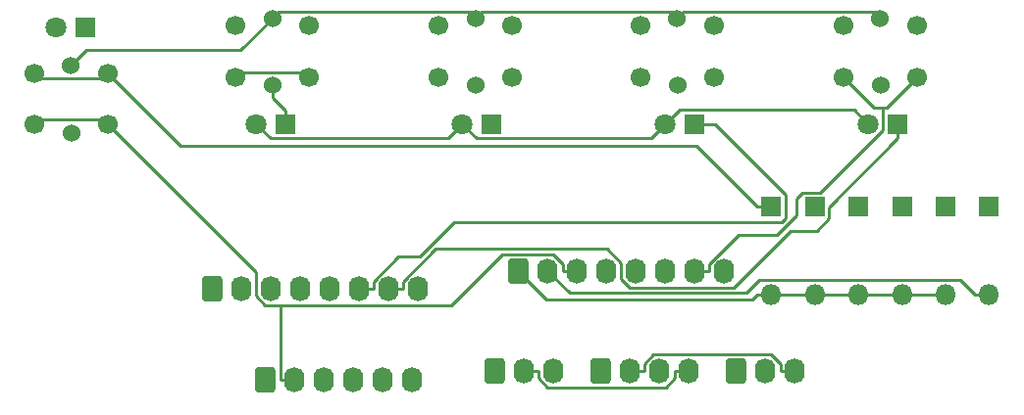
<source format=gbr>
G04 #@! TF.GenerationSoftware,KiCad,Pcbnew,(5.1.6)-1*
G04 #@! TF.CreationDate,2021-07-23T23:59:45+10:00*
G04 #@! TF.ProjectId,RWR_Control_Panel,5257525f-436f-46e7-9472-6f6c5f50616e,-*
G04 #@! TF.SameCoordinates,Original*
G04 #@! TF.FileFunction,Copper,L1,Top*
G04 #@! TF.FilePolarity,Positive*
%FSLAX46Y46*%
G04 Gerber Fmt 4.6, Leading zero omitted, Abs format (unit mm)*
G04 Created by KiCad (PCBNEW (5.1.6)-1) date 2021-07-23 23:59:45*
%MOMM*%
%LPD*%
G01*
G04 APERTURE LIST*
G04 #@! TA.AperFunction,ComponentPad*
%ADD10O,1.740000X2.190000*%
G04 #@! TD*
G04 #@! TA.AperFunction,ComponentPad*
%ADD11O,1.800000X1.800000*%
G04 #@! TD*
G04 #@! TA.AperFunction,ComponentPad*
%ADD12R,1.800000X1.800000*%
G04 #@! TD*
G04 #@! TA.AperFunction,ComponentPad*
%ADD13C,1.800000*%
G04 #@! TD*
G04 #@! TA.AperFunction,ComponentPad*
%ADD14C,1.524000*%
G04 #@! TD*
G04 #@! TA.AperFunction,ComponentPad*
%ADD15C,1.700000*%
G04 #@! TD*
G04 #@! TA.AperFunction,Conductor*
%ADD16C,0.250000*%
G04 #@! TD*
G04 APERTURE END LIST*
D10*
X168434000Y-108109000D03*
X165894000Y-108109000D03*
X163354000Y-108109000D03*
X160814000Y-108109000D03*
X158274000Y-108109000D03*
X155734000Y-108109000D03*
X153194000Y-108109000D03*
G04 #@! TA.AperFunction,ComponentPad*
G36*
G01*
X149784000Y-108954001D02*
X149784000Y-107263999D01*
G75*
G02*
X150033999Y-107014000I249999J0D01*
G01*
X151274001Y-107014000D01*
G75*
G02*
X151524000Y-107263999I0J-249999D01*
G01*
X151524000Y-108954001D01*
G75*
G02*
X151274001Y-109204000I-249999J0D01*
G01*
X150033999Y-109204000D01*
G75*
G02*
X149784000Y-108954001I0J249999D01*
G01*
G37*
G04 #@! TD.AperFunction*
X165386000Y-116745000D03*
X162846000Y-116745000D03*
X160306000Y-116745000D03*
G04 #@! TA.AperFunction,ComponentPad*
G36*
G01*
X156896000Y-117590001D02*
X156896000Y-115899999D01*
G75*
G02*
X157145999Y-115650000I249999J0D01*
G01*
X158386001Y-115650000D01*
G75*
G02*
X158636000Y-115899999I0J-249999D01*
G01*
X158636000Y-117590001D01*
G75*
G02*
X158386001Y-117840000I-249999J0D01*
G01*
X157145999Y-117840000D01*
G75*
G02*
X156896000Y-117590001I0J249999D01*
G01*
G37*
G04 #@! TD.AperFunction*
X141510000Y-117507000D03*
X138970000Y-117507000D03*
X136430000Y-117507000D03*
X133890000Y-117507000D03*
X131350000Y-117507000D03*
G04 #@! TA.AperFunction,ComponentPad*
G36*
G01*
X127940000Y-118352001D02*
X127940000Y-116661999D01*
G75*
G02*
X128189999Y-116412000I249999J0D01*
G01*
X129430001Y-116412000D01*
G75*
G02*
X129680000Y-116661999I0J-249999D01*
G01*
X129680000Y-118352001D01*
G75*
G02*
X129430001Y-118602000I-249999J0D01*
G01*
X128189999Y-118602000D01*
G75*
G02*
X127940000Y-118352001I0J249999D01*
G01*
G37*
G04 #@! TD.AperFunction*
X153702000Y-116745000D03*
X151162000Y-116745000D03*
G04 #@! TA.AperFunction,ComponentPad*
G36*
G01*
X147752000Y-117590001D02*
X147752000Y-115899999D01*
G75*
G02*
X148001999Y-115650000I249999J0D01*
G01*
X149242001Y-115650000D01*
G75*
G02*
X149492000Y-115899999I0J-249999D01*
G01*
X149492000Y-117590001D01*
G75*
G02*
X149242001Y-117840000I-249999J0D01*
G01*
X148001999Y-117840000D01*
G75*
G02*
X147752000Y-117590001I0J249999D01*
G01*
G37*
G04 #@! TD.AperFunction*
X174530000Y-116745000D03*
X171990000Y-116745000D03*
G04 #@! TA.AperFunction,ComponentPad*
G36*
G01*
X168580000Y-117590001D02*
X168580000Y-115899999D01*
G75*
G02*
X168829999Y-115650000I249999J0D01*
G01*
X170070001Y-115650000D01*
G75*
G02*
X170320000Y-115899999I0J-249999D01*
G01*
X170320000Y-117590001D01*
G75*
G02*
X170070001Y-117840000I-249999J0D01*
G01*
X168829999Y-117840000D01*
G75*
G02*
X168580000Y-117590001I0J249999D01*
G01*
G37*
G04 #@! TD.AperFunction*
X142018000Y-109633000D03*
X139478000Y-109633000D03*
X136938000Y-109633000D03*
X134398000Y-109633000D03*
X131858000Y-109633000D03*
X129318000Y-109633000D03*
X126778000Y-109633000D03*
G04 #@! TA.AperFunction,ComponentPad*
G36*
G01*
X123368000Y-110478001D02*
X123368000Y-108787999D01*
G75*
G02*
X123617999Y-108538000I249999J0D01*
G01*
X124858001Y-108538000D01*
G75*
G02*
X125108000Y-108787999I0J-249999D01*
G01*
X125108000Y-110478001D01*
G75*
G02*
X124858001Y-110728000I-249999J0D01*
G01*
X123617999Y-110728000D01*
G75*
G02*
X123368000Y-110478001I0J249999D01*
G01*
G37*
G04 #@! TD.AperFunction*
D11*
X191294000Y-110141000D03*
D12*
X191294000Y-102521000D03*
D11*
X187535000Y-110141000D03*
D12*
X187535000Y-102521000D03*
D13*
X180880000Y-95408800D03*
D12*
X183420000Y-95408800D03*
D11*
X183775000Y-110141000D03*
D12*
X183775000Y-102521000D03*
D13*
X163354000Y-95408800D03*
D12*
X165894000Y-95408800D03*
D11*
X180016000Y-110141000D03*
D12*
X180016000Y-102521000D03*
D13*
X145828000Y-95408800D03*
D12*
X148368000Y-95408800D03*
D11*
X176257000Y-110141000D03*
D12*
X176257000Y-102521000D03*
D13*
X128048000Y-95408800D03*
D12*
X130588000Y-95408800D03*
D11*
X172498000Y-110141000D03*
D12*
X172498000Y-102521000D03*
D13*
X110776000Y-87026800D03*
D12*
X113316000Y-87026800D03*
D14*
X181936000Y-92037800D03*
X181896000Y-86246800D03*
D15*
X185071000Y-91326800D03*
X178721000Y-91326800D03*
X185071000Y-86881800D03*
X178721000Y-86881800D03*
D14*
X164410000Y-92037800D03*
X164370000Y-86246800D03*
D15*
X167545000Y-91326800D03*
X161195000Y-91326800D03*
X167545000Y-86881800D03*
X161195000Y-86881800D03*
D14*
X147011000Y-92037800D03*
X146971000Y-86246800D03*
D15*
X150146000Y-91326800D03*
X143796000Y-91326800D03*
X150146000Y-86881800D03*
X143796000Y-86881800D03*
D14*
X129485000Y-92037800D03*
X129445000Y-86246800D03*
D15*
X132620000Y-91326800D03*
X126270000Y-91326800D03*
X132620000Y-86881800D03*
X126270000Y-86881800D03*
D14*
X112086000Y-96137800D03*
X112046000Y-90346800D03*
D15*
X115221000Y-95426800D03*
X108871000Y-95426800D03*
X115221000Y-90981800D03*
X108871000Y-90981800D03*
D16*
X172498000Y-110141000D02*
X171272700Y-110141000D01*
X171272700Y-110141000D02*
X170892000Y-110521700D01*
X170892000Y-110521700D02*
X153066700Y-110521700D01*
X153066700Y-110521700D02*
X150654000Y-108109000D01*
X176257000Y-110141000D02*
X172498000Y-110141000D01*
X183775000Y-110141000D02*
X187535000Y-110141000D01*
X180016000Y-110141000D02*
X183775000Y-110141000D01*
X176257000Y-110141000D02*
X180016000Y-110141000D01*
X191294000Y-110141000D02*
X190068700Y-110141000D01*
X190068700Y-110141000D02*
X188831500Y-108903800D01*
X188831500Y-108903800D02*
X171425400Y-108903800D01*
X171425400Y-108903800D02*
X170318700Y-110010500D01*
X170318700Y-110010500D02*
X155095500Y-110010500D01*
X155095500Y-110010500D02*
X153194000Y-108109000D01*
X182143300Y-93977900D02*
X182419900Y-93977900D01*
X182419900Y-93977900D02*
X185071000Y-91326800D01*
X178721000Y-91326800D02*
X181372100Y-93977900D01*
X181372100Y-93977900D02*
X182143300Y-93977900D01*
X167089300Y-108109000D02*
X167089300Y-107511300D01*
X167089300Y-107511300D02*
X169640600Y-104960000D01*
X169640600Y-104960000D02*
X172978300Y-104960000D01*
X172978300Y-104960000D02*
X174624000Y-103314300D01*
X174624000Y-103314300D02*
X174624000Y-101858700D01*
X174624000Y-101858700D02*
X175187100Y-101295600D01*
X175187100Y-101295600D02*
X176728800Y-101295600D01*
X176728800Y-101295600D02*
X182143300Y-95881100D01*
X182143300Y-95881100D02*
X182143300Y-93977900D01*
X165894000Y-108109000D02*
X167089300Y-108109000D01*
X126270000Y-91326800D02*
X126660600Y-90936200D01*
X126660600Y-90936200D02*
X132229400Y-90936200D01*
X132229400Y-90936200D02*
X132620000Y-91326800D01*
X155734000Y-108109000D02*
X154538700Y-108109000D01*
X130154700Y-111064500D02*
X144900200Y-111064500D01*
X144900200Y-111064500D02*
X149286700Y-106678000D01*
X149286700Y-106678000D02*
X153705300Y-106678000D01*
X153705300Y-106678000D02*
X154538700Y-107511400D01*
X154538700Y-107511400D02*
X154538700Y-108109000D01*
X115221000Y-95426800D02*
X128005900Y-108211700D01*
X128005900Y-108211700D02*
X128005900Y-110258800D01*
X128005900Y-110258800D02*
X128811600Y-111064500D01*
X128811600Y-111064500D02*
X130154700Y-111064500D01*
X130154700Y-117507000D02*
X130154700Y-111064500D01*
X131350000Y-117507000D02*
X130154700Y-117507000D01*
X108871000Y-95426800D02*
X109297900Y-94999900D01*
X109297900Y-94999900D02*
X114794100Y-94999900D01*
X114794100Y-94999900D02*
X115221000Y-95426800D01*
X160306000Y-116745000D02*
X161501300Y-116745000D01*
X174530000Y-116745000D02*
X173334700Y-116745000D01*
X173334700Y-116745000D02*
X173334700Y-116147400D01*
X173334700Y-116147400D02*
X172503700Y-115316400D01*
X172503700Y-115316400D02*
X162332200Y-115316400D01*
X162332200Y-115316400D02*
X161501300Y-116147300D01*
X161501300Y-116147300D02*
X161501300Y-116745000D01*
X165386000Y-116745000D02*
X164190700Y-116745000D01*
X151162000Y-116745000D02*
X152357300Y-116745000D01*
X152357300Y-116745000D02*
X152357300Y-117342700D01*
X152357300Y-117342700D02*
X153183100Y-118168500D01*
X153183100Y-118168500D02*
X163364800Y-118168500D01*
X163364800Y-118168500D02*
X164190700Y-117342600D01*
X164190700Y-117342600D02*
X164190700Y-116745000D01*
X145828000Y-95408800D02*
X147053400Y-96634200D01*
X147053400Y-96634200D02*
X162128600Y-96634200D01*
X162128600Y-96634200D02*
X163354000Y-95408800D01*
X128048000Y-95408800D02*
X129273400Y-96634200D01*
X129273400Y-96634200D02*
X144602600Y-96634200D01*
X144602600Y-96634200D02*
X145828000Y-95408800D01*
X163354000Y-95408800D02*
X164606500Y-94156300D01*
X164606500Y-94156300D02*
X179627500Y-94156300D01*
X179627500Y-94156300D02*
X180880000Y-95408800D01*
X130588000Y-95408800D02*
X130588000Y-94183500D01*
X129485000Y-92037800D02*
X129485000Y-93080500D01*
X129485000Y-93080500D02*
X130588000Y-94183500D01*
X136938000Y-109633000D02*
X138133300Y-109633000D01*
X165894000Y-95408800D02*
X167650700Y-95408800D01*
X167650700Y-95408800D02*
X173723400Y-101481500D01*
X173723400Y-101481500D02*
X173723400Y-103555700D01*
X173723400Y-103555700D02*
X173369700Y-103909400D01*
X173369700Y-103909400D02*
X145121400Y-103909400D01*
X145121400Y-103909400D02*
X142157500Y-106873300D01*
X142157500Y-106873300D02*
X140295300Y-106873300D01*
X140295300Y-106873300D02*
X138133300Y-109035300D01*
X138133300Y-109035300D02*
X138133300Y-109633000D01*
X183420000Y-96634100D02*
X177482400Y-102571700D01*
X177482400Y-102571700D02*
X177482400Y-103568700D01*
X177482400Y-103568700D02*
X176422500Y-104628600D01*
X176422500Y-104628600D02*
X174165500Y-104628600D01*
X174165500Y-104628600D02*
X169255200Y-109538900D01*
X169255200Y-109538900D02*
X160298700Y-109538900D01*
X160298700Y-109538900D02*
X159544000Y-108784200D01*
X159544000Y-108784200D02*
X159544000Y-107445400D01*
X159544000Y-107445400D02*
X158292900Y-106194300D01*
X158292900Y-106194300D02*
X143514300Y-106194300D01*
X143514300Y-106194300D02*
X140673300Y-109035300D01*
X140673300Y-109035300D02*
X140673300Y-109633000D01*
X183420000Y-95408800D02*
X183420000Y-96634100D01*
X139478000Y-109633000D02*
X140673300Y-109633000D01*
X164370000Y-86246800D02*
X163814800Y-85691600D01*
X163814800Y-85691600D02*
X147526200Y-85691600D01*
X147526200Y-85691600D02*
X146971000Y-86246800D01*
X181896000Y-86246800D02*
X181340800Y-85691600D01*
X181340800Y-85691600D02*
X164925200Y-85691600D01*
X164925200Y-85691600D02*
X164370000Y-86246800D01*
X129445000Y-86246800D02*
X129985400Y-85706400D01*
X129985400Y-85706400D02*
X146430600Y-85706400D01*
X146430600Y-85706400D02*
X146971000Y-86246800D01*
X112046000Y-90346800D02*
X113399600Y-88993200D01*
X113399600Y-88993200D02*
X126698600Y-88993200D01*
X126698600Y-88993200D02*
X129445000Y-86246800D01*
X171272700Y-102521000D02*
X166021400Y-97269700D01*
X166021400Y-97269700D02*
X121508900Y-97269700D01*
X121508900Y-97269700D02*
X115221000Y-90981800D01*
X108871000Y-90981800D02*
X109327100Y-91437900D01*
X109327100Y-91437900D02*
X114764900Y-91437900D01*
X114764900Y-91437900D02*
X115221000Y-90981800D01*
X172498000Y-102521000D02*
X171272700Y-102521000D01*
M02*

</source>
